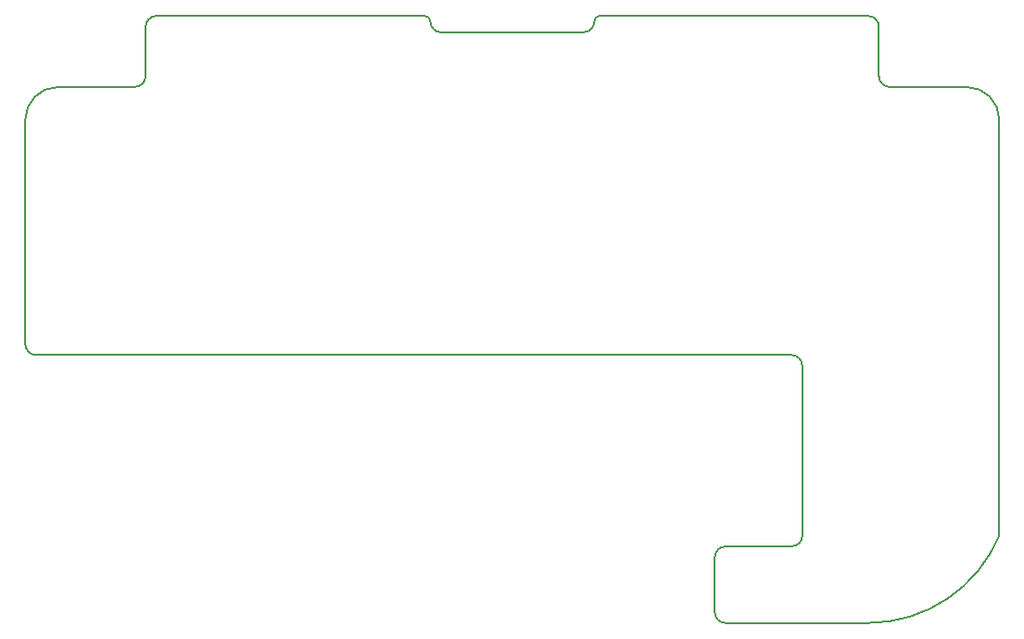
<source format=gm1>
G04 #@! TF.GenerationSoftware,KiCad,Pcbnew,8.0.4*
G04 #@! TF.CreationDate,2025-03-14T20:27:20-07:00*
G04 #@! TF.ProjectId,mintypcb,6d696e74-7970-4636-922e-6b696361645f,2*
G04 #@! TF.SameCoordinates,Original*
G04 #@! TF.FileFunction,Profile,NP*
%FSLAX46Y46*%
G04 Gerber Fmt 4.6, Leading zero omitted, Abs format (unit mm)*
G04 Created by KiCad (PCBNEW 8.0.4) date 2025-03-14 20:27:20*
%MOMM*%
%LPD*%
G01*
G04 APERTURE LIST*
G04 #@! TA.AperFunction,Profile*
%ADD10C,0.150000*%
G04 #@! TD*
G04 APERTURE END LIST*
D10*
X60000000Y-56000000D02*
G75*
G02*
X59000000Y-57000000I-1000000J0D01*
G01*
X128000000Y-57000000D02*
X135000000Y-57000001D01*
X85500000Y-50500000D02*
G75*
G02*
X86000000Y-51000000I0J-500000D01*
G01*
X60000000Y-56000000D02*
X60000000Y-51500000D01*
X101000000Y-51000000D02*
G75*
G02*
X101500000Y-50500000I500000J0D01*
G01*
X128000000Y-57000000D02*
G75*
G02*
X127000000Y-56000000I0J1000000D01*
G01*
X138000000Y-98000000D02*
X138000000Y-60000000D01*
X50000000Y-81500000D02*
X118999998Y-81500000D01*
X87000000Y-52000000D02*
G75*
G02*
X86000000Y-51000000I0J1000000D01*
G01*
X112000000Y-100000002D02*
G75*
G02*
X113000001Y-99000000I1000000J2D01*
G01*
X50000000Y-81500000D02*
G75*
G02*
X49000000Y-80500000I0J1000000D01*
G01*
X60000000Y-51500000D02*
G75*
G02*
X61000000Y-50500000I1000000J0D01*
G01*
X49000000Y-60000000D02*
G75*
G02*
X52000000Y-57000000I3000000J0D01*
G01*
X127000000Y-56000000D02*
X127000000Y-51500000D01*
X87000000Y-52000000D02*
X100000000Y-52000000D01*
X119999999Y-97999998D02*
X120000000Y-82500001D01*
X49000000Y-60000000D02*
X48999999Y-80500000D01*
X101000000Y-51000000D02*
G75*
G02*
X100000000Y-52000000I-1000000J0D01*
G01*
X85500000Y-50500000D02*
X61000000Y-50500000D01*
X120000000Y-98000000D02*
G75*
G02*
X118999999Y-99000000I-1000000J0D01*
G01*
X101500000Y-50500000D02*
X126000000Y-50500000D01*
X118999998Y-81500000D02*
G75*
G02*
X120000000Y-82500001I2J-1000000D01*
G01*
X125999999Y-106000000D02*
X113000000Y-106000000D01*
X138000000Y-98000000D02*
G75*
G02*
X125999999Y-106000000I-12000000J5000000D01*
G01*
X113000000Y-106000000D02*
G75*
G02*
X112000000Y-105000000I0J1000000D01*
G01*
X111999999Y-100000001D02*
X112000000Y-104999998D01*
X119000000Y-99000000D02*
X113000001Y-99000000D01*
X126000000Y-50500000D02*
G75*
G02*
X127000000Y-51500000I0J-1000000D01*
G01*
X59000000Y-56999999D02*
X52000000Y-57000000D01*
X135000000Y-57000000D02*
G75*
G02*
X138000000Y-60000000I0J-3000000D01*
G01*
M02*

</source>
